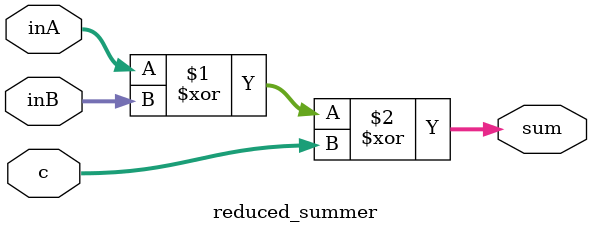
<source format=v>
module reduced_summer(inA, inB, c, sum
	);

	parameter bits = 32;

	// Assigning ports as in/out
	input [(bits-1):0] inA, inB, c;
	output [(bits-1):0] sum;

	// Logic
	assign sum = inA^inB^c;

endmodule

</source>
